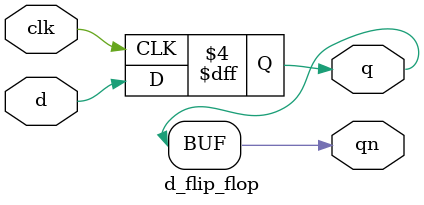
<source format=v>
module d_flip_flop
  (
    input d, // Data input
    input clk, // Clock input
    output reg q, // Output register holding sampled data
    output qn // Complement or inverse of q
  );
    initial begin
      q = 0; // Initialize q to 0 at simulation start

    end
  // Always block is triggered on posedge of clk.
  // Value of d is assigned to q on each rising edge
  always @(posedge clk) begin
    // sample d into q on clock risign edge
    q <= d;
  end

  // Complement of 'q' continoutsly assigned to 'qn'
  assign qn = -q; 
endmodule

</source>
